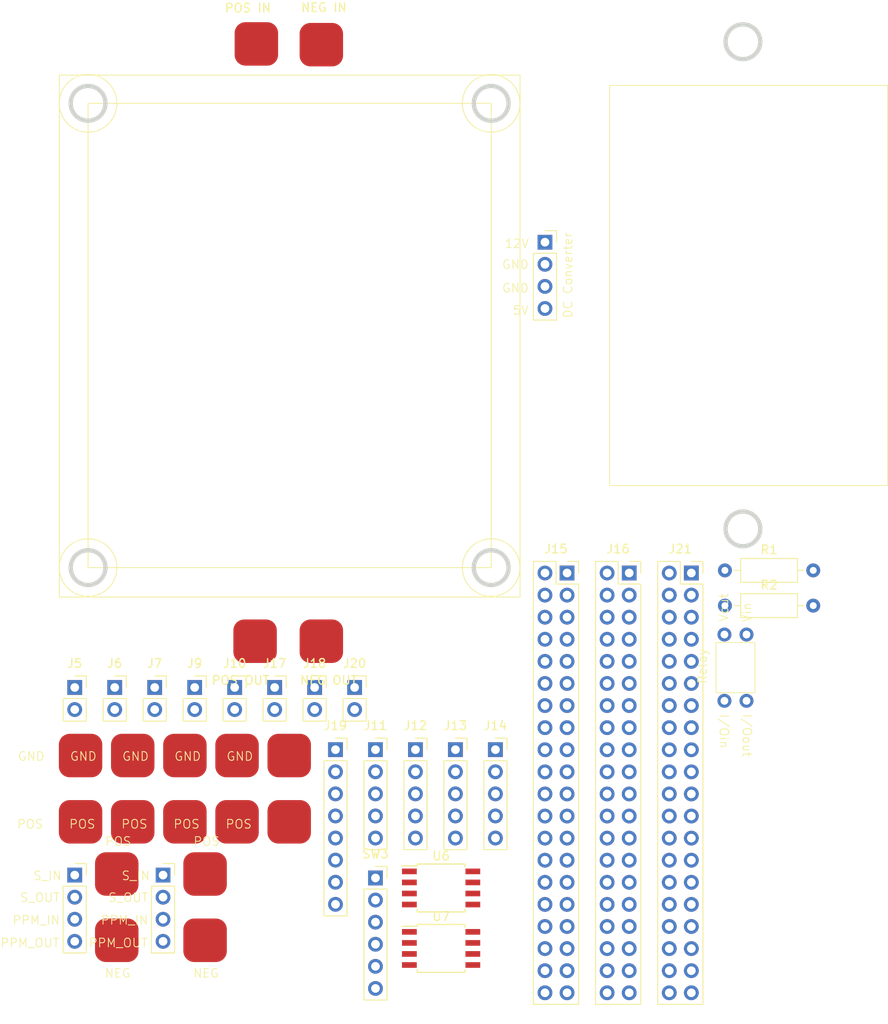
<source format=kicad_pcb>
(kicad_pcb (version 20221018) (generator pcbnew)
  (layers (0 "F.Cu" signal) (31 "B.Cu" signal) (34 "B.Paste" user) (35 "F.Paste" user) (36 "B.SilkS" user "B.Silkscreen") (37 "F.SilkS" user "F.Silkscreen") (38 "B.Mask" user) (39 "F.Mask" user) (44 "Edge.Cuts" user))
  (net 0 "")
  (net 1 "GND")
  (net 2 "Net-(J1-Pin_2)")
  (net 3 "Net-(J2-Pin_2)")
  (net 4 "Net-(J3-Pin_2)")
  (net 5 "Net-(J4-Pin_2)")
  (net 6 "+12V")
  (net 7 "Net-(J10-Pin_1)")
  (net 8 "Net-(J11-Pin_1)")
  (net 9 "Net-(J11-Pin_2)")
  (net 10 "Net-(J11-Pin_3)")
  (net 11 "Net-(J11-Pin_4)")
  (net 12 "Net-(J11-Pin_5)")
  (net 13 "Net-(J12-Pin_1)")
  (net 14 "Net-(J12-Pin_2)")
  (net 15 "Net-(J12-Pin_3)")
  (net 16 "Net-(J12-Pin_4)")
  (net 17 "Net-(J12-Pin_5)")
  (net 18 "1")
  (net 19 "+5VDC")
  (net 20 "3")
  (net 21 "5")
  (net 22 "7")
  (net 23 "8")
  (net 24 "10")
  (net 25 "11")
  (net 26 "12")
  (net 27 "13")
  (net 28 "15")
  (net 29 "16")
  (net 30 "17")
  (net 31 "18")
  (net 32 "19")
  (net 33 "21")
  (net 34 "22")
  (net 35 "23")
  (net 36 "24")
  (net 37 "26")
  (net 38 "27")
  (net 39 "28")
  (net 40 "29")
  (net 41 "31")
  (net 42 "32")
  (net 43 "33")
  (net 44 "35")
  (net 45 "36")
  (net 46 "37")
  (net 47 "38")
  (net 48 "40")
  (net 49 "Net-(J17-Pin_2)")
  (net 50 "Net-(J20-Pin_1)")
  (net 51 "Net-(U5-I{slash}O_out)")
  (net 52 "Net-(SW3A-A)")
  (footprint "Resistor_THT:R_Axial_DIN0207_L6.3mm_D2.5mm_P10.16mm_Horizontal" (layer "F.Cu") (at 175.968652 131.558477)
    (fp_text reference "R1" (at 5.08 -2.37) (layer "F.SilkS"))
    (fp_text value "R")
    (fp_line (start 1.04 0) (end 1.81 0) (stroke (width 0.12)) (layer "F.SilkS"))
    (fp_line (start 1.81 -1.37) (end 1.81 1.37) (stroke (width 0.12)) (layer "F.SilkS"))
    (fp_line (start 1.81 1.37) (end 8.35 1.37) (stroke (width 0.12)) (layer "F.SilkS"))
    (fp_line (start 8.35 -1.37) (end 1.81 -1.37) (stroke (width 0.12)) (layer "F.SilkS"))
    (fp_line (start 8.35 1.37) (end 8.35 -1.37) (stroke (width 0.12)) (layer "F.SilkS"))
    (fp_line (start 9.12 0) (end 8.35 0) (stroke (width 0.12)) (layer "F.SilkS"))
    (pad "1" thru_hole circle (at 0 0) (size 1.6 1.6) (drill 0.8) (layers "*.Cu" "*.Mask") (net 51 "Net-(U5-I{slash}O_out)"))
    (pad "2" thru_hole oval (at 10.16 0) (size 1.6 1.6) (drill 0.8) (layers "*.Cu" "*.Mask") (net 1 "GND"))
  )
  (footprint "Connector_PinSocket_2.54mm:PinSocket_1x06_P2.54mm_Vertical" (layer "F.Cu") (at 135.768652 166.918477)
    (fp_text reference "SW3" (at 0 -2.77) (layer "F.SilkS"))
    (fp_text value "Charging Switch")
    (fp_line (start -1.33 1.27) (end -1.33 14.03) (stroke (width 0.12)) (layer "F.SilkS"))
    (fp_line (start -1.33 1.27) (end 1.33 1.27) (stroke (width 0.12)) (layer "F.SilkS"))
    (fp_line (start -1.33 14.03) (end 1.33 14.03) (stroke (width 0.12)) (layer "F.SilkS"))
    (fp_line (start 0 -1.33) (end 1.33 -1.33) (stroke (width 0.12)) (layer "F.SilkS"))
    (fp_line (start 1.33 -1.33) (end 1.33 0) (stroke (width 0.12)) (layer "F.SilkS"))
    (fp_line (start 1.33 1.27) (end 1.33 14.03) (stroke (width 0.12)) (layer "F.SilkS"))
    (pad "1" thru_hole rect (at 0 0) (size 1.7 1.7) (drill 1) (layers "*.Cu" "*.Mask") (net 52 "Net-(SW3A-A)"))
    (pad "2" thru_hole oval (at 0 2.54) (size 1.7 1.7) (drill 1) (layers "*.Cu" "*.Mask") (net 2 "Net-(J1-Pin_2)"))
    (pad "3" thru_hole oval (at 0 5.08) (size 1.7 1.7) (drill 1) (layers "*.Cu" "*.Mask") (net 4 "Net-(J3-Pin_2)"))
    (pad "4" thru_hole oval (at 0 7.62) (size 1.7 1.7) (drill 1) (layers "*.Cu" "*.Mask") (net 52 "Net-(SW3A-A)"))
    (pad "5" thru_hole oval (at 0 10.16) (size 1.7 1.7) (drill 1) (layers "*.Cu" "*.Mask") (net 3 "Net-(J2-Pin_2)"))
    (pad "6" thru_hole oval (at 0 12.7) (size 1.7 1.7) (drill 1) (layers "*.Cu" "*.Mask") (net 5 "Net-(J4-Pin_2)"))
  )
  (footprint "Package_SO:SOIC-8W_5.3x5.3mm_P1.27mm" (layer "F.Cu") (at 143.318652 175.018477)
    (fp_text reference "U7" (at 0 -3.68) (layer "F.SilkS"))
    (fp_text value "ATtiny85V-10S")
    (fp_line (start -2.75 -2.755) (end -2.75 -2.55) (stroke (width 0.15)) (layer "F.SilkS"))
    (fp_line (start -2.75 -2.755) (end 2.75 -2.755) (stroke (width 0.15)) (layer "F.SilkS"))
    (fp_line (start -2.75 -2.55) (end -4.5 -2.55) (stroke (width 0.15)) (layer "F.SilkS"))
    (fp_line (start -2.75 2.755) (end -2.75 2.455) (stroke (width 0.15)) (layer "F.SilkS"))
    (fp_line (start -2.75 2.755) (end 2.75 2.755) (stroke (width 0.15)) (layer "F.SilkS"))
    (fp_line (start 2.75 -2.755) (end 2.75 -2.455) (stroke (width 0.15)) (layer "F.SilkS"))
    (fp_line (start 2.75 2.755) (end 2.75 2.455) (stroke (width 0.15)) (layer "F.SilkS"))
    (pad "1" smd rect (at -3.65 -1.905) (size 1.7 0.65) (layers "F.Cu" "F.Paste" "F.Mask"))
    (pad "2" smd rect (at -3.65 -0.635) (size 1.7 0.65) (layers "F.Cu" "F.Paste" "F.Mask"))
    (pad "3" smd rect (at -3.65 0.635) (size 1.7 0.65) (layers "F.Cu" "F.Paste" "F.Mask"))
    (pad "4" smd rect (at -3.65 1.905) (size 1.7 0.65) (layers "F.Cu" "F.Paste" "F.Mask") (net 1 "GND"))
    (pad "5" smd rect (at 3.65 1.905) (size 1.7 0.65) (layers "F.Cu" "F.Paste" "F.Mask") (net 21 "5"))
    (pad "6" smd rect (at 3.65 0.635) (size 1.7 0.65) (layers "F.Cu" "F.Paste" "F.Mask"))
    (pad "7" smd rect (at 3.65 -0.635) (size 1.7 0.65) (layers "F.Cu" "F.Paste" "F.Mask") (net 22 "7"))
    (pad "8" smd rect (at 3.65 -1.905) (size 1.7 0.65) (layers "F.Cu" "F.Paste" "F.Mask") (net 19 "+5VDC"))
  )
  (footprint "Library:BATTERY" (layer "F.Cu") (at 125.843652 155.383477)
    (fp_text reference "J8" hide)
    (fp_text value "12VDC PANEL" hide)
    (fp_text user "GND" (at -7.266646 -1.86257 unlocked) (layer "F.SilkS") (effects (font (thickness 0.1)) (justify left bottom)))
    (fp_text user "POS" (at -7.37158 5.928744 unlocked) (layer "F.SilkS") (effects (font (thickness 0.1)) (justify left bottom)))
    (pad "1" smd roundrect (at 0 -2.54) (size 5 5) (layers "F.Cu" "F.Paste" "F.Mask") (net 1 "GND"))
    (pad "2" smd roundrect (at 0 5.08) (size 5 5) (layers "F.Cu" "F.Paste" "F.Mask") (net 6 "+12V"))
  )
  (footprint "Connector_PinSocket_2.54mm:PinSocket_1x02_P2.54mm_Vertical" (layer "F.Cu") (at 133.368652 145.018477)
    (fp_text reference "J20" (at 0 -2.77) (layer "F.SilkS"))
    (fp_text value "Power LED")
    (fp_line (start -1.33 1.27) (end -1.33 3.87) (stroke (width 0.12)) (layer "F.SilkS"))
    (fp_line (start -1.33 1.27) (end 1.33 1.27) (stroke (width 0.12)) (layer "F.SilkS"))
    (fp_line (start -1.33 3.87) (end 1.33 3.87) (stroke (width 0.12)) (layer "F.SilkS"))
    (fp_line (start 0 -1.33) (end 1.33 -1.33) (stroke (width 0.12)) (layer "F.SilkS"))
    (fp_line (start 1.33 -1.33) (end 1.33 0) (stroke (width 0.12)) (layer "F.SilkS"))
    (fp_line (start 1.33 1.27) (end 1.33 3.87) (stroke (width 0.12)) (layer "F.SilkS"))
    (pad "1" thru_hole rect (at 0 0) (size 1.7 1.7) (drill 1) (layers "*.Cu" "*.Mask") (net 50 "Net-(J20-Pin_1)"))
    (pad "2" thru_hole oval (at 0 2.54) (size 1.7 1.7) (drill 1) (layers "*.Cu" "*.Mask") (net 6 "+12V"))
  )
  (footprint "Connector_PinSocket_2.54mm:PinSocket_1x02_P2.54mm_Vertical" (layer "F.Cu") (at 128.768652 145.018477)
    (fp_text reference "J18" (at 0 -2.77) (layer "F.SilkS"))
    (fp_text value "MAG 1")
    (fp_line (start -1.33 1.27) (end -1.33 3.87) (stroke (width 0.12)) (layer "F.SilkS"))
    (fp_line (start -1.33 1.27) (end 1.33 1.27) (stroke (width 0.12)) (layer "F.SilkS"))
    (fp_line (start -1.33 3.87) (end 1.33 3.87) (stroke (width 0.12)) (layer "F.SilkS"))
    (fp_line (start 0 -1.33) (end 1.33 -1.33) (stroke (width 0.12)) (layer "F.SilkS"))
    (fp_line (start 1.33 -1.33) (end 1.33 0) (stroke (width 0.12)) (layer "F.SilkS"))
    (fp_line (start 1.33 1.27) (end 1.33 3.87) (stroke (width 0.12)) (layer "F.SilkS"))
    (pad "1" thru_hole rect (at 0 0) (size 1.7 1.7) (drill 1) (layers "*.Cu" "*.Mask") (net 1 "GND"))
    (pad "2" thru_hole oval (at 0 2.54) (size 1.7 1.7) (drill 1) (layers "*.Cu" "*.Mask") (net 49 "Net-(J17-Pin_2)"))
  )
  (footprint "Package_SO:SOIC-8W_5.3x5.3mm_P1.27mm" (layer "F.Cu") (at 143.318652 168.068477)
    (fp_text reference "U6" (at 0 -3.68) (layer "F.SilkS"))
    (fp_text value "ATtiny85V-10S")
    (fp_line (start -2.75 -2.755) (end -2.75 -2.55) (stroke (width 0.15)) (layer "F.SilkS"))
    (fp_line (start -2.75 -2.755) (end 2.75 -2.755) (stroke (width 0.15)) (layer "F.SilkS"))
    (fp_line (start -2.75 -2.55) (end -4.5 -2.55) (stroke (width 0.15)) (layer "F.SilkS"))
    (fp_line (start -2.75 2.755) (end -2.75 2.455) (stroke (width 0.15)) (layer "F.SilkS"))
    (fp_line (start -2.75 2.755) (end 2.75 2.755) (stroke (width 0.15)) (layer "F.SilkS"))
    (fp_line (start 2.75 -2.755) (end 2.75 -2.455) (stroke (width 0.15)) (layer "F.SilkS"))
    (fp_line (start 2.75 2.755) (end 2.75 2.455) (stroke (width 0.15)) (layer "F.SilkS"))
    (pad "1" smd rect (at -3.65 -1.905) (size 1.7 0.65) (layers "F.Cu" "F.Paste" "F.Mask"))
    (pad "2" smd rect (at -3.65 -0.635) (size 1.7 0.65) (layers "F.Cu" "F.Paste" "F.Mask"))
    (pad "3" smd rect (at -3.65 0.635) (size 1.7 0.65) (layers "F.Cu" "F.Paste" "F.Mask"))
    (pad "4" smd rect (at -3.65 1.905) (size 1.7 0.65) (layers "F.Cu" "F.Paste" "F.Mask") (net 1 "GND"))
    (pad "5" smd rect (at 3.65 1.905) (size 1.7 0.65) (layers "F.Cu" "F.Paste" "F.Mask") (net 21 "5"))
    (pad "6" smd rect (at 3.65 0.635) (size 1.7 0.65) (layers "F.Cu" "F.Paste" "F.Mask"))
    (pad "7" smd rect (at 3.65 -0.635) (size 1.7 0.65) (layers "F.Cu" "F.Paste" "F.Mask") (net 22 "7"))
    (pad "8" smd rect (at 3.65 -1.905) (size 1.7 0.65) (layers "F.Cu" "F.Paste" "F.Mask") (net 19 "+5VDC"))
  )
  (footprint "Connector_PinSocket_2.54mm:PinSocket_2x20_P2.54mm_Vertical" (layer "F.Cu") (at 157.808652 131.858477)
    (fp_text reference "J15" (at -1.27 -2.77) (layer "F.SilkS"))
    (fp_text value "ORIN Pins IN")
    (fp_line (start -3.87 -1.33) (end -3.87 49.59) (stroke (width 0.12)) (layer "F.SilkS"))
    (fp_line (start -3.87 -1.33) (end -1.27 -1.33) (stroke (width 0.12)) (layer "F.SilkS"))
    (fp_line (start -3.87 49.59) (end 1.33 49.59) (stroke (width 0.12)) (layer "F.SilkS"))
    (fp_line (start -1.27 -1.33) (end -1.27 1.27) (stroke (width 0.12)) (layer "F.SilkS"))
    (fp_line (start -1.27 1.27) (end 1.33 1.27) (stroke (width 0.12)) (layer "F.SilkS"))
    (fp_line (start 0 -1.33) (end 1.33 -1.33) (stroke (width 0.12)) (layer "F.SilkS"))
    (fp_line (start 1.33 -1.33) (end 1.33 0) (stroke (width 0.12)) (layer "F.SilkS"))
    (fp_line (start 1.33 1.27) (end 1.33 49.59) (stroke (width 0.12)) (layer "F.SilkS"))
    (pad "1" thru_hole rect (at 0 0) (size 1.7 1.7) (drill 1) (layers "*.Cu" "*.Mask") (net 18 "1"))
    (pad "2" thru_hole oval (at -2.54 0) (size 1.7 1.7) (drill 1) (layers "*.Cu" "*.Mask") (net 19 "+5VDC"))
    (pad "3" thru_hole oval (at 0 2.54) (size 1.7 1.7) (drill 1) (layers "*.Cu" "*.Mask") (net 20 "3"))
    (pad "4" thru_hole oval (at -2.54 2.54) (size 1.7 1.7) (drill 1) (layers "*.Cu" "*.Mask") (net 19 "+5VDC"))
    (pad "5" thru_hole oval (at 0 5.08) (size 1.7 1.7) (drill 1) (layers "*.Cu" "*.Mask") (net 21 "5"))
    (pad "6" thru_hole oval (at -2.54 5.08) (size 1.7 1.7) (drill 1) (layers "*.Cu" "*.Mask") (net 1 "GND"))
    (pad "7" thru_hole oval (at 0 7.62) (size 1.7 1.7) (drill 1) (layers "*.Cu" "*.Mask") (net 22 "7"))
    (pad "8" thru_hole oval (at -2.54 7.62) (size 1.7 1.7) (drill 1) (layers "*.Cu" "*.Mask") (net 23 "8"))
    (pad "9" thru_hole oval (at 0 10.16) (size 1.7 1.7) (drill 1) (layers "*.Cu" "*.Mask") (net 1 "GND"))
    (pad "10" thru_hole oval (at -2.54 10.16) (size 1.7 1.7) (drill 1) (layers "*.Cu" "*.Mask") (net 24 "10"))
    (pad "11" thru_hole oval (at 0 12.7) (size 1.7 1.7) (drill 1) (layers "*.Cu" "*.Mask") (net 25 "11"))
    (pad "12" thru_hole oval (at -2.54 12.7) (size 1.7 1.7) (drill 1) (layers "*.Cu" "*.Mask") (net 26 "12"))
    (pad "13" thru_hole oval (at 0 15.24) (size 1.7 1.7) (drill 1) (layers "*.Cu" "*.Mask") (net 27 "13"))
    (pad "14" thru_hole oval (at -2.54 15.24) (size 1.7 1.7) (drill 1) (layers "*.Cu" "*.Mask") (net 1 "GND"))
    (pad "15" thru_hole oval (at 0 17.78) (size 1.7 1.7) (drill 1) (layers "*.Cu" "*.Mask") (net 28 "15"))
    (pad "16" thru_hole oval (at -2.54 17.78) (size 1.7 1.7) (drill 1) (layers "*.Cu" "*.Mask") (net 29 "16"))
    (pad "17" thru_hole oval (at 0 20.32) (size 1.7 1.7) (drill 1) (layers "*.Cu" "*.Mask") (net 30 "17"))
    (pad "18" thru_hole oval (at -2.54 20.32) (size 1.7 1.7) (drill 1) (layers "*.Cu" "*.Mask") (net 31 "18"))
    (pad "19" thru_hole oval (at 0 22.86) (size 1.7 1.7) (drill 1) (layers "*.Cu" "*.Mask") (net 32 "19"))
    (pad "20" thru_hole oval (at -2.54 22.86) (size 1.7 1.7) (drill 1) (layers "*.Cu" "*.Mask") (net 1 "GND"))
    (pad "21" thru_hole oval (at 0 25.4) (size 1.7 1.7) (drill 1) (layers "*.Cu" "*.Mask") (net 33 "21"))
    (pad "22" thru_hole oval (at -2.54 25.4) (size 1.7 1.7) (drill 1) (layers "*.Cu" "*.Mask") (net 34 "22"))
    (pad "23" thru_hole oval (at 0 27.94) (size 1.7 1.7) (drill 1) (layers "*.Cu" "*.Mask") (net 35 "23"))
    (pad "24" thru_hole oval (at -2.54 27.94) (size 1.7 1.7) (drill 1) (layers "*.Cu" "*.Mask") (net 36 "24"))
    (pad "25" thru_hole oval (at 0 30.48) (size 1.7 1.7) (drill 1) (layers "*.Cu" "*.Mask") (net 1 "GND"))
    (pad "26" thru_hole oval (at -2.54 30.48) (size 1.7 1.7) (drill 1) (layers "*.Cu" "*.Mask") (net 37 "26"))
    (pad "27" thru_hole oval (at 0 33.02) (size 1.7 1.7) (drill 1) (layers "*.Cu" "*.Mask") (net 38 "27"))
    (pad "28" thru_hole oval (at -2.54 33.02) (size 1.7 1.7) (drill 1) (layers "*.Cu" "*.Mask") (net 39 "28"))
    (pad "29" thru_hole oval (at 0 35.56) (size 1.7 1.7) (drill 1) (layers "*.Cu" "*.Mask") (net 40 "29"))
    (pad "30" thru_hole oval (at -2.54 35.56) (size 1.7 1.7) (drill 1) (layers "*.Cu" "*.Mask") (net 1 "GND"))
    (pad "31" thru_hole oval (at 0 38.1) (size 1.7 1.7) (drill 1) (layers "*.Cu" "*.Mask") (net 41 "31"))
    (pad "32" thru_hole oval (at -2.54 38.1) (size 1.7 1.7) (drill 1) (layers "*.Cu" "*.Mask") (net 42 "32"))
    (pad "33" thru_hole oval (at 0 40.64) (size 1.7 1.7) (drill 1) (layers "*.Cu" "*.Mask") (net 43 "33"))
    (pad "34" thru_hole oval (at -2.54 40.64) (size 1.7 1.7) (drill 1) (layers "*.Cu" "*.Mask") (net 1 "GND"))
    (pad "35" thru_hole oval (at 0 43.18) (size 1.7 1.7) (drill 1) (layers "*.Cu" "*.Mask") (net 44 "35"))
    (pad "36" thru_hole oval (at -2.54 43.18) (size 1.7 1.7) (drill 1) (layers "*.Cu" "*.Mask") (net 45 "36"))
    (pad "37" thru_hole oval (at 0 45.72) (size 1.7 1.7) (drill 1) (layers "*.Cu" "*.Mask") (net 46 "37"))
    (pad "38" thru_hole oval (at -2.54 45.72) (size 1.7 1.7) (drill 1) (layers "*.Cu" "*.Mask") (net 47 "38"))
    (pad "39" thru_hole oval (at 0 48.26) (size 1.7 1.7) (drill 1) (layers "*.Cu" "*.Mask") (net 1 "GND"))
    (pad "40" thru_hole oval (at -2.54 48.26) (size 1.7 1.7) (drill 1) (layers "*.Cu" "*.Mask") (net 48 "40"))
  )
  (footprint "Library:BATTERY" (layer "F.Cu") (at 119.843652 155.383477)
    (fp_text reference "J4" hide)
    (fp_text value "Battery 2 PANEL" hide)
    (fp_text user "GND" (at -7.266646 -1.86257 unlocked) (layer "F.SilkS") (effects (font (thickness 0.1)) (justify left bottom)))
    (fp_text user "POS" (at -7.37158 5.928744 unlocked) (layer "F.SilkS") (effects (font (thickness 0.1)) (justify left bottom)))
    (pad "1" smd roundrect (at 0 -2.54) (size 5 5) (layers "F.Cu" "F.Paste" "F.Mask") (net 1 "GND"))
    (pad "2" smd roundrect (at 0 5.08) (size 5 5) (layers "F.Cu" "F.Paste" "F.Mask") (net 5 "Net-(J4-Pin_2)"))
  )
  (footprint "Connector_PinSocket_2.54mm:PinSocket_1x02_P2.54mm_Vertical" (layer "F.Cu") (at 101.168652 145.018477)
    (fp_text reference "J5" (at 0 -2.77) (layer "F.SilkS"))
    (fp_text value "FAN 1")
    (fp_line (start -1.33 1.27) (end -1.33 3.87) (stroke (width 0.12)) (layer "F.SilkS"))
    (fp_line (start -1.33 1.27) (end 1.33 1.27) (stroke (width 0.12)) (layer "F.SilkS"))
    (fp_line (start -1.33 3.87) (end 1.33 3.87) (stroke (width 0.12)) (layer "F.SilkS"))
    (fp_line (start 0 -1.33) (end 1.33 -1.33) (stroke (width 0.12)) (layer "F.SilkS"))
    (fp_line (start 1.33 -1.33) (end 1.33 0) (stroke (width 0.12)) (layer "F.SilkS"))
    (fp_line (start 1.33 1.27) (end 1.33 3.87) (stroke (width 0.12)) (layer "F.SilkS"))
    (pad "1" thru_hole rect (at 0 0) (size 1.7 1.7) (drill 1) (layers "*.Cu" "*.Mask") (net 1 "GND"))
    (pad "2" thru_hole oval (at 0 2.54) (size 1.7 1.7) (drill 1) (layers "*.Cu" "*.Mask") (net 6 "+12V"))
  )
  (footprint "Resistor_THT:R_Axial_DIN0207_L6.3mm_D2.5mm_P10.16mm_Horizontal" (layer "F.Cu") (at 175.968652 135.608477)
    (fp_text reference "R2" (at 5.08 -2.37) (layer "F.SilkS"))
    (fp_text value "R")
    (fp_line (start 1.04 0) (end 1.81 0) (stroke (width 0.12)) (layer "F.SilkS"))
    (fp_line (start 1.81 -1.37) (end 1.81 1.37) (stroke (width 0.12)) (layer "F.SilkS"))
    (fp_line (start 1.81 1.37) (end 8.35 1.37) (stroke (width 0.12)) (layer "F.SilkS"))
    (fp_line (start 8.35 -1.37) (end 1.81 -1.37) (stroke (width 0.12)) (layer "F.SilkS"))
    (fp_line (start 8.35 1.37) (end 8.35 -1.37) (stroke (width 0.12)) (layer "F.SilkS"))
    (fp_line (start 9.12 0) (end 8.35 0) (stroke (width 0.12)) (layer "F.SilkS"))
    (pad "1" thru_hole circle (at 0 0) (size 1.6 1.6) (drill 0.8) (layers "*.Cu" "*.Mask") (net 50 "Net-(J20-Pin_1)"))
    (pad "2" thru_hole oval (at 10.16 0) (size 1.6 1.6) (drill 0.8) (layers "*.Cu" "*.Mask") (net 1 "GND"))
  )
  (footprint "Library:SS_Relay" (layer "F.Cu") (at 177.92092 142.902886)
    (fp_text reference "U5" hide)
    (fp_text value "SS Relay")
    (fp_text user "Vout" (at -1.490185 -5.385543 90 unlocked) (layer "F.SilkS") (effects (font (thickness 0.1)) (justify left bottom)))
    (fp_text user "Relay" (at -3.96124 1.757636 90 unlocked) (layer "F.SilkS") (effects (font (thickness 0.1)) (justify left bottom)))
    (fp_text user "I/Oout" (at 0 5.08 -90 unlocked) (layer "F.SilkS") (effects (font (thickness 0.1)) (justify left bottom)))
    (fp_text user "Vin" (at 1.16717 -5.341254 90 unlocked) (layer "F.SilkS") (effects (font (thickness 0.1)) (justify left bottom)))
    (fp_text user "I/Oin" (at -2.630256 5.099926 -90 unlocked) (layer "F.SilkS") (effects (font (thickness 0.1)) (justify left bottom)))
    (fp_rect (start -2.977268 -3.051901) (end 1.502732 2.712996) (stroke (width 0.1)) (fill none) (layer "F.SilkS"))
    (pad "1" thru_hole circle (at -2.007268 3.650591) (size 1.6 1.6) (drill 0.9) (layers "*.Cu" "*.Mask") (net 42 "32"))
    (pad "2" thru_hole circle (at 0.532732 3.650591) (size 1.6 1.6) (drill 0.9) (layers "*.Cu" "*.Mask") (net 51 "Net-(U5-I{slash}O_out)"))
    (pad "3" thru_hole circle (at 0.532732 -3.969409) (size 1.6 1.6) (drill 0.9) (layers "*.Cu" "*.Mask") (net 6 "+12V"))
    (pad "4" thru_hole circle (at -2.007268 -3.969409) (size 1.6 1.6) (drill 0.9) (layers "*.Cu" "*.Mask") (net 49 "Net-(J17-Pin_2)"))
  )
  (footprint "Library:ESC" (layer "F.Cu") (at 100.925349 169.003477)
    (fp_text reference "U1" hide)
    (fp_text value "ESC")
    (fp_text user "POS" (at 3.680149 -5.704159 unlocked) (layer "F.SilkS") (effects (font (thickness 0.1)) (justify left bottom)))
    (fp_text user "S_IN" (at -4.58155 -1.757487 unlocked) (layer "F.SilkS") (effects (font (thickness 0.1)) (justify left bottom)))
    (fp_text user "S_OUT" (at -6.107596 0.750842 unlocked) (layer "F.SilkS") (effects (font (thickness 0.1)) (justify left bottom)))
    (fp_text user "PPM_OUT" (at -8.352814 5.960449 unlocked) (layer "F.SilkS") (effects (font (thickness 0.1)) (justify left bottom)))
    (fp_text user "NEG" (at 3.645068 9.451061 unlocked) (layer "F.SilkS") (effects (font (thickness 0.1)) (justify left bottom)))
    (fp_text user "PPM_IN" (at -6.967094 3.346875 unlocked) (layer "F.SilkS") (effects (font (thickness 0.1)) (justify left bottom)))
    (fp_line (start -1.086697 -1.146051) (end -1.086697 6.533949) (stroke (width 0.12)) (layer "F.SilkS"))
    (fp_line (start -1.086697 -1.146051) (end 1.573303 -1.146051) (stroke (width 0.12)) (layer "F.SilkS"))
    (fp_line (start -1.086697 6.533949) (end 1.573303 6.533949) (stroke (width 0.12)) (layer "F.SilkS"))
    (fp_line (start 0.243303 -3.746051) (end 1.573303 -3.746051) (stroke (width 0.12)) (layer "F.SilkS"))
    (fp_line (start 1.573303 -3.746051) (end 1.573303 -2.416051) (stroke (width 0.12)) (layer "F.SilkS"))
    (fp_line (start 1.573303 -1.146051) (end 1.573303 6.533949) (stroke (width 0.12)) (layer "F.SilkS"))
    (pad "1" smd roundrect (at 5.08 -2.54) (size 5 5) (layers "F.Cu" "F.Paste" "F.Mask") (net 52 "Net-(SW3A-A)"))
    (pad "2" smd roundrect (at 5.08 5.08) (size 5 5) (layers "F.Cu" "F.Paste" "F.Mask") (net 1 "GND"))
    (pad "3" thru_hole rect (at 0.243303 -2.416051) (size 1.7 1.7) (drill 1) (layers "*.Cu" "*.Mask"))
    (pad "4" thru_hole oval (at 0.243303 0.123949) (size 1.7 1.7) (drill 1) (layers "*.Cu" "*.Mask"))
    (pad "5" thru_hole oval (at 0.243303 2.663949) (size 1.7 1.7) (drill 1) (layers "*.Cu" "*.Mask"))
    (pad "6" thru_hole oval (at 0.243303 5.203949) (size 1.7 1.7) (drill 1) (layers "*.Cu" "*.Mask"))
  )
  (footprint "Connector_PinSocket_2.54mm:PinSocket_1x02_P2.54mm_Vertical" (layer "F.Cu") (at 110.368652 145.018477)
    (fp_text reference "J7" (at 0 -2.77) (layer "F.SilkS"))
    (fp_text value "LED")
    (fp_line (start -1.33 1.27) (end -1.33 3.87) (stroke (width 0.12)) (layer "F.SilkS"))
    (fp_line (start -1.33 1.27) (end 1.33 1.27) (stroke (width 0.12)) (layer "F.SilkS"))
    (fp_line (start -1.33 3.87) (end 1.33 3.87) (stroke (width 0.12)) (layer "F.SilkS"))
    (fp_line (start 0 -1.33) (end 1.33 -1.33) (stroke (width 0.12)) (layer "F.SilkS"))
    (fp_line (start 1.33 -1.33) (end 1.33 0) (stroke (width 0.12)) (layer "F.SilkS"))
    (fp_line (start 1.33 1.27) (end 1.33 3.87) (stroke (width 0.12)) (layer "F.SilkS"))
    (pad "1" thru_hole rect (at 0 0) (size 1.7 1.7) (drill 1) (layers "*.Cu" "*.Mask") (net 7 "Net-(J10-Pin_1)"))
    (pad "2" thru_hole oval (at 0 2.54) (size 1.7 1.7) (drill 1) (layers "*.Cu" "*.Mask") (net 1 "GND"))
  )
  (footprint "Library:ESC" (layer "F.Cu") (at 111.087046 169.003477)
    (fp_text reference "U2" hide)
    (fp_text value "ESC")
    (fp_text user "PPM_IN" (at -6.967094 3.346875 unlocked) (layer "F.SilkS") (effects (font (thickness 0.1)) (justify left bottom)))
    (fp_text user "S_OUT" (at -6.107596 0.750842 unlocked) (layer "F.SilkS") (effects (font (thickness 0.1)) (justify left bottom)))
    (fp_text user "S_IN" (at -4.58155 -1.757487 unlocked) (layer "F.SilkS") (effects (font (thickness 0.1)) (justify left bottom)))
    (fp_text user "NEG" (at 3.645068 9.451061 unlocked) (layer "F.SilkS") (effects (font (thickness 0.1)) (justify left bottom)))
    (fp_text user "PPM_OUT" (at -8.352814 5.960449 unlocked) (layer "F.SilkS") (effects (font (thickness 0.1)) (justify left bottom)))
    (fp_text user "POS" (at 3.680149 -5.704159 unlocked) (layer "F.SilkS") (effects (font (thickness 0.1)) (justify left bottom)))
    (fp_line (start -1.086697 -1.146051) (end -1.086697 6.533949) (stroke (width 0.12)) (layer "F.SilkS"))
    (fp_line (start -1.086697 -1.146051) (end 1.573303 -1.146051) (stroke (width 0.12)) (layer "F.SilkS"))
    (fp_line (start -1.086697 6.533949) (end 1.573303 6.533949) (stroke (width 0.12)) (layer "F.SilkS"))
    (fp_line (start 0.243303 -3.746051) (end 1.573303 -3.746051) (stroke (width 0.12)) (layer "F.SilkS"))
    (fp_line (start 1.573303 -3.746051) (end 1.573303 -2.416051) (stroke (width 0.12)) (layer "F.SilkS"))
    (fp_line (start 1.573303 -1.146051) (end 1.573303 6.533949) (stroke (width 0.12)) (layer "F.SilkS"))
    (pad "1" smd roundrect (at 5.08 -2.54) (size 5 5) (layers "F.Cu" "F.Paste" "F.Mask") (net 52 "Net-(SW3A-A)"))
    (pad "2" smd roundrect (at 5.08 5.08) (size 5 5) (layers "F.Cu" "F.Paste" "F.Mask") (net 1 "GND"))
    (pad "3" thru_hole rect (at 0.243303 -2.416051) (size 1.7 1.7) (drill 1) (layers "*.Cu" "*.Mask"))
    (pad "4" thru_hole oval (at 0.243303 0.123949) (size 1.7 1.7) (drill 1) (layers "*.Cu" "*.Mask"))
    (pad "5" thru_hole oval (at 0.243303 2.663949) (size 1.7 1.7) (drill 1) (layers "*.Cu" "*.Mask"))
    (pad "6" thru_hole oval (at 0.243303 5.203949) (size 1.7 1.7) (drill 1) (layers "*.Cu" "*.Mask"))
  )
  (footprint "Connector_PinSocket_2.54mm:PinSocket_1x08_P2.54mm_Vertical" (layer "F.Cu") (at 131.168652 152.168477)
    (fp_text reference "J19" (at 0 -2.77) (layer "F.SilkS"))
    (fp_text value "LCD Screen PANEL")
    (fp_line (start -1.33 1.27) (end -1.33 19.11) (stroke (width 0.12)) (layer "F.SilkS"))
    (fp_line (start -1.33 1.27) (end 1.33 1.27) (stroke (width 0.12)) (layer "F.SilkS"))
    (fp_line (start -1.33 19.11) (end 1.33 19.11) (stroke (width 0.12)) (layer "F.SilkS"))
    (fp_line (start 0 -1.33) (end 1.33 -1.33) (stroke (width 0.12)) (layer "F.SilkS"))
    (fp_line (start 1.33 -1.33) (end 1.33 0) (stroke (width 0.12)) (layer "F.SilkS"))
    (fp_line (start 1.33 1.27) (end 1.33 19.11) (stroke (width 0.12)) (layer "F.SilkS"))
    (pad "1" thru_hole rect (at 0 0) (size 1.7 1.7) (drill 1) (layers "*.Cu" "*.Mask") (net 18 "1"))
    (pad "2" thru_hole oval (at 0 2.54) (size 1.7 1.7) (drill 1) (layers "*.Cu" "*.Mask") (net 1 "GND"))
    (pad "3" thru_hole oval (at 0 5.08) (size 1.7 1.7) (drill 1) (layers "*.Cu" "*.Mask") (net 32 "19"))
    (pad "4" thru_hole oval (at 0 7.62) (size 1.7 1.7) (drill 1) (layers "*.Cu" "*.Mask") (net 35 "23"))
    (pad "5" thru_hole oval (at 0 10.16) (size 1.7 1.7) (drill 1) (layers "*.Cu" "*.Mask") (net 36 "24"))
    (pad "6" thru_hole oval (at 0 12.7) (size 1.7 1.7) (drill 1) (layers "*.Cu" "*.Mask") (net 34 "22"))
    (pad "7" thru_hole oval (at 0 15.24) (size 1.7 1.7) (drill 1) (layers "*.Cu" "*.Mask") (net 27 "13"))
    (pad "8" thru_hole oval (at 0 17.78) (size 1.7 1.7) (drill 1) (layers "*.Cu" "*.Mask") (net 26 "12"))
  )
  (footprint "Connector_PinSocket_2.54mm:PinSocket_1x02_P2.54mm_Vertical" (layer "F.Cu") (at 119.568652 145.018477)
    (fp_text reference "J10" (at 0 -2.77) (layer "F.SilkS"))
    (fp_text value "LCD")
    (fp_line (start -1.33 1.27) (end -1.33 3.87) (stroke (width 0.12)) (layer "F.SilkS"))
    (fp_line (start -1.33 1.27) (end 1.33 1.27) (stroke (width 0.12)) (layer "F.SilkS"))
    (fp_line (start -1.33 3.87) (end 1.33 3.87) (stroke (width 0.12)) (layer "F.SilkS"))
    (fp_line (start 0 -1.33) (end 1.33 -1.33) (stroke (width 0.12)) (layer "F.SilkS"))
    (fp_line (start 1.33 -1.33) (end 1.33 0) (stroke (width 0.12)) (layer "F.SilkS"))
    (fp_line (start 1.33 1.27) (end 1.33 3.87) (stroke (width 0.12)) (layer "F.SilkS"))
    (pad "1" thru_hole rect (at 0 0) (size 1.7 1.7) (drill 1) (layers "*.Cu" "*.Mask") (net 7 "Net-(J10-Pin_1)"))
    (pad "2" thru_hole oval (at 0 2.54) (size 1.7 1.7) (drill 1) (layers "*.Cu" "*.Mask") (net 1 "GND"))
  )
  (footprint "Library:Buck_Converter" (layer "F.Cu") (at 124.46 104.14)
    (fp_text reference "U3" hide)
    (fp_text value "Buck Converter")
    (fp_text user "NEG IN" (at 2.65584 -36.705517 unlocked) (layer "F.SilkS") (effects (justify left bottom)))
    (fp_text user "NEG OUT" (at 2.54 40.64 unlocked) (layer "F.SilkS") (effects (justify left bottom)))
    (fp_text user "POS IN" (at -6.109452 -36.647469 unlocked) (layer "F.SilkS") (effects (justify left bottom)))
    (fp_text user "POS OUT" (at -7.62 40.64 unlocked) (layer "F.SilkS") (effects (justify left bottom)))
    (fp_rect (start -25.06 -29.52) (end 27.94 30.48) (stroke (width 0.1)) (fill none) (layer "F.SilkS"))
    (fp_rect (start -21.753848 -26.276714) (end 24.621152 27.098286) (stroke (width 0.1)) (fill none) (layer "F.SilkS"))
    (fp_circle (center -21.753848 -26.276714) (end -18.441348 -26.276714) (stroke (width 0.1)) (fill none) (layer "F.SilkS"))
    (fp_circle (center -21.753848 27.098286) (end -18.441348 27.098286) (stroke (width 0.1)) (fill none) (layer "F.SilkS"))
    (fp_circle (center 24.621152 -26.276714) (end 27.933652 -26.276714) (stroke (width 0.1)) (fill none) (layer "F.SilkS"))
    (fp_circle (center 24.621152 27.098286) (end 27.933652 27.098286) (stroke (width 0.1)) (fill none) (layer "F.SilkS"))
    (fp_circle (center -21.753848 -26.276714) (end -19.753848 -26.276714) (stroke (width 0.5)) (fill none) (layer "Edge.Cuts"))
    (fp_circle (center -21.753848 27.098286) (end -19.753848 27.098286) (stroke (width 0.5)) (fill none) (layer "Edge.Cuts"))
    (fp_circle (center 24.621152 -26.276714) (end 26.621152 -26.276714) (stroke (width 0.5)) (fill none) (layer "Edge.Cuts"))
    (fp_circle (center 24.621152 27.098286) (end 26.621152 27.098286) (stroke (width 0.5)) (fill none) (layer "Edge.Cuts"))
    (pad "1" smd roundrect (at -2.394361 -33.106523) (size 5 5) (layers "F.Cu" "F.Paste" "F.Mask") (net 52 "Net-(SW3A-A)"))
    (pad "2" smd roundrect (at 5.08 -33.02) (size 5 5) (layers "F.Cu" "F.Paste" "F.Mask") (net 1 "GND"))
    (pad "3" smd roundrect (at -2.54 35.56) (size 5 5) (layers "F.Cu" "F.Paste" "F.Mask") (net 6 "+12V"))
    (pad "4" smd roundrect (at 5.08 35.56) (size 5 5) (layers "F.Cu" "F.Paste" "F.Mask") (net 1 "GND"))
  )
  (footprint "Connector_PinSocket_2.54mm:PinSocket_1x02_P2.54mm_Vertical" (layer "F.Cu") (at 124.168652 145.018477)
    (fp_text reference "J17" (at 0 -2.77) (layer "F.SilkS"))
    (fp_text value "MAG 2")
    (fp_line (start -1.33 1.27) (end -1.33 3.87) (stroke (width 0.12)) (layer "F.SilkS"))
    (fp_line (start -1.33 1.27) (end 1.33 1.27) (stroke (width 0.12)) (layer "F.SilkS"))
    (fp_line (start -1.33 3.87) (end 1.33 3.87) (stroke (width 0.12)) (layer "F.SilkS"))
    (fp_line (start 0 -1.33) (end 1.33 -1.33) (stroke (width 0.12)) (layer "F.SilkS"))
    (fp_line (start 1.33 -1.33) (end 1.33 0) (stroke (width 0.12)) (layer "F.SilkS"))
    (fp_line (start 1.33 1.27) (end 1.33 3.87) (stroke (width 0.12)) (layer "F.SilkS"))
    (pad "1" thru_hole rect (at 0 0) (size 1.7 1.7) (drill 1) (layers "*.Cu" "*.Mask") (net 1 "GND"))
    (pad "2" thru_hole oval (at 0 2.54) (size 1.7 1.7) (drill 1) (layers "*.Cu" "*.Mask") (net 49 "Net-(J17-Pin_2)"))
  )
  (footprint "Connector_PinSocket_2.54mm:PinSocket_1x05_P2.54mm_Vertical" (layer "F.Cu") (at 144.968652 152.168477)
    (fp_text reference "J13" (at 0 -2.77) (layer "F.SilkS"))
    (fp_text value "Battery 1 Conn PANEL")
    (fp_line (start -1.33 1.27) (end -1.33 11.49) (stroke (width 0.12)) (layer "F.SilkS"))
    (fp_line (start -1.33 1.27) (end 1.33 1.27) (stroke (width 0.12)) (layer "F.SilkS"))
    (fp_line (start -1.33 11.49) (end 1.33 11.49) (stroke (width 0.12)) (layer "F.SilkS"))
    (fp_line (start 0 -1.33) (end 1.33 -1.33) (stroke (width 0.12)) (layer "F.SilkS"))
    (fp_line (start 1.33 -1.33) (end 1.33 0) (stroke (width 0.12)) (layer "F.SilkS"))
    (fp_line (start 1.33 1.27) (end 1.33 11.49) (stroke (width 0.12)) (layer "F.SilkS"))
    (pad "1" thru_hole rect (at 0 0) (size 1.7 1.7) (drill 1) (layers "*.Cu" "*.Mask") (net 8 "Net-(J11-Pin_1)"))
    (pad "2" thru_hole oval (at 0 2.54) (size 1.7 1.7) (drill 1) (layers "*.Cu" "*.Mask") (net 9 "Net-(J11-Pin_2)"))
    (pad "3" thru_hole oval (at 0 5.08) (size 1.7 1.7) (drill 1) (layers "*.Cu" "*.Mask") (net 10 "Net-(J11-Pin_3)"))
    (pad "4" thru_hole oval (at 0 7.62) (size 1.7 1.7) (drill 1) (layers "*.Cu" "*.Mask") (net 11 "Net-(J11-Pin_4)"))
    (pad "5" thru_hole oval (at 0 10.16) (size 1.7 1.7) (drill 1) (layers "*.Cu" "*.Mask") (net 12 "Net-(J11-Pin_5)"))
  )
  (footprint "Library:DC-DC_Converter" (layer "F.Cu") (at 154.058652 96.401362)
    (fp_text reference "U4" hide)
    (fp_text value "DC-DC Converter")
    (fp_text user "5V" (at -2.554658 5.842901 unlocked) (layer "F.SilkS") (effects (font (thickness 0.1)) (justify left bottom)))
    (fp_text user "DC Converter" (at 4.433441 6.217311 90 unlocked) (layer "F.SilkS") (effects (font (thickness 0.1)) (justify left bottom)))
    (fp_text user "GND" (at -3.779316 0.582893 unlocked) (layer "F.SilkS") (effects (font (thickness 0.1)) (justify left bottom)))
    (fp_text user "12V" (at -3.478171 -1.82627 unlocked) (layer "F.SilkS") (effects (font (thickness 0.1)) (justify left bottom)))
    (fp_text user "GND" (at -3.779316 3.293203 unlocked) (layer "F.SilkS") (effects (font (thickness 0.1)) (justify left bottom)))
    (fp_line (start -0.12 -1.3) (end -0.12 6.38) (stroke (width 0.12)) (layer "F.SilkS"))
    (fp_line (start -0.12 -1.3) (end 2.54 -1.3) (stroke (width 0.12)) (layer "F.SilkS"))
    (fp_line (start -0.12 6.38) (end 2.54 6.38) (stroke (width 0.12)) (layer "F.SilkS"))
    (fp_line (start 1.21 -3.9) (end 2.54 -3.9) (stroke (width 0.12)) (layer "F.SilkS"))
    (fp_line (start 2.54 -3.9) (end 2.54 -2.57) (stroke (width 0.12)) (layer "F.SilkS"))
    (fp_line (start 2.54 -1.3) (end 2.54 6.38) (stroke (width 0.12)) (layer "F.SilkS"))
    (fp_rect (start 8.64 -20.6) (end 40.64 25.4) (stroke (width 0.1)) (fill none) (layer "F.SilkS"))
    (fp_circle (center 23.980748 -25.617885) (end 25.980748 -25.617885) (stroke (width 0.5)) (fill none) (layer "Edge.Cuts"))
    (fp_circle (center 23.980748 30.382115) (end 25.980748 30.382115) (stroke (width 0.5)) (fill none) (layer "Edge.Cuts"))
    (pad "1" thru_hole rect (at 1.21 -2.57) (size 1.7 1.7) (drill 1) (layers "*.Cu" "*.Mask") (net 6 "+12V"))
    (pad "2" thru_hole oval (at 1.21 -0.03) (size 1.7 1.7) (drill 1) (layers "*.Cu" "*.Mask") (net 1 "GND"))
    (pad "3" thru_hole oval (at 1.21 2.51) (size 1.7 1.7) (drill 1) (layers "*.Cu" "*.Mask") (net 7 "Net-(J10-Pin_1)"))
    (pad "4" thru_hole oval (at 1.21 5.05) (size 1.7 1.7) (drill 1) (layers "*.Cu" "*.Mask") (net 1 "GND"))
  )
  (footprint "Connector_PinSocket_2.54mm:PinSocket_1x05_P2.54mm_Vertical" (layer "F.Cu") (at 140.368652 152.168477)
    (fp_text reference "J12" (at 0 -2.77) (layer "F.SilkS"))
    (fp_text value "Battery 2 Conn")
    (fp_line (start -1.33 1.27) (end -1.33 11.49) (stroke (width 0.12)) (layer "F.SilkS"))
    (fp_line (start -1.33 1.27) (end 1.33 1.27) (stroke (width 0.12)) (layer "F.SilkS"))
    (fp_line (start -1.33 11.49) (end 1.33 11.49) (stroke (width 0.12)) (layer "F.SilkS"))
    (fp_line (start 0 -1.33) (end 1.33 -1.33) (stroke (width 0.12)) (layer "F.SilkS"))
    (fp_line (start 1.33 -1.33) (end 1.33 0) (stroke (width 0.12)) (layer "F.SilkS"))
    (fp_line (start 1.33 1.27) (end 1.33 11.49) (stroke (width 0.12)) (layer "F.SilkS"))
    (pad "1" thru_hole rect (at 0 0) (size 1.7 1.7) (drill 1) (layers "*.Cu" "*.Mask") (net 13 "Net-(J12-Pin_1)"))
    (pad "2" thru_hole oval (at 0 2.54) (size 1.7 1.7) (drill 1) (layers "*.Cu" "*.Mask") (net 14 "Net-(J12-Pin_2)"))
    (pad "3" thru_hole oval (at 0 5.08) (size 1.7 1.7) (drill 1) (layers "*.Cu" "*.Mask") (net 15 "Net-(J12-Pin_3)"))
    (pad "4" thru_hole oval (at 0 7.62) (size 1.7 1.7) (drill 1) (layers "*.Cu" "*.Mask") (net 16 "Net-(J12-Pin_4)"))
    (pad "5" thru_hole oval (at 0 10.16) (size 1.7 1.7) (drill 1) (layers "*.Cu" "*.Mask") (net 17 "Net-(J12-Pin_5)"))
  )
  (footprint "Connector_PinSocket_2.54mm:PinSocket_1x02_P2.54mm_Vertical" (layer "F.Cu") (at 114.968652 145.018477)
    (fp_text reference "J9" (at 0 -2.77) (layer "F.SilkS"))
    (fp_text value "ORIN POWER")
    (fp_line (start -1.33 1.27) (end -1.33 3.87) (stroke (width 0.12)) (layer "F.SilkS"))
    (fp_line (start -1.33 1.27) (end 1.33 1.27) (stroke (width 0.12)) (layer "F.SilkS"))
    (fp_line (start -1.33 3.87) (end 1.33 3.87) (stroke (width 0.12)) (layer "F.SilkS"))
    (fp_line (start 0 -1.33) (end 1.33 -1.33) (stroke (width 0.12)) (layer "F.SilkS"))
    (fp_line (start 1.33 -1.33) (end 1.33 0) (stroke (width 0.12)) (layer "F.SilkS"))
    (fp_line (start 1.33 1.27) (end 1.33 3.87) (stroke (width 0.12)) (layer "F.SilkS"))
    (pad "1" thru_hole rect (at 0 0) (size 1.7 1.7) (drill 1) (layers "*.Cu" "*.Mask") (net 1 "GND"))
    (pad "2" thru_hole oval (at 0 2.54) (size 1.7 1.7) (drill 1) (layers "*.Cu" "*.Mask") (net 6 "+12V"))
  )
  (footprint "Library:BATTERY" (layer "F.Cu") (at 113.843652 155.383477)
    (fp_text reference "J3" hide)
    (fp_text value "Battery 1 PANEL" hide)
    (fp_text user "POS" (at -7.37158 5.928744 unlocked) (layer "F.SilkS") (effects (font (thickness 0.1)) (justify left bottom)))
    (fp_text user "GND" (at -7.266646 -1.86257 unlocked) (layer "F.SilkS") (effects (font (thickness 0.1)) (justify left bottom)))
    (pad "1" smd roundrect (at 0 -2.54) (size 5 5) (layers "F.Cu" "F.Paste" "F.Mask") (net 1 "GND"))
    (pad "2" smd roundrect (at 0 5.08) (size 5 5) (layers "F.Cu" "F.Paste" "F.Mask") (net 4 "Net-(J3-Pin_2)"))
  )
  (footprint "Library:BATTERY" (layer "F.Cu") (at 101.843652 155.383477)
    (fp_text reference "J1" hide)
    (fp_text value "Battery 1 IN" hide)
    (fp_text user "POS" (at -7.37158 5.928744 unlocked) (layer "F.SilkS") (effects (font (thickness 0.1)) (justify left bottom)))
    (fp_text user "GND" (at -7.266646 -1.86257 unlocked) (layer "F.SilkS") (effects (font (thickness 0.1)) (justify left bottom)))
    (pad "1" smd roundrect (at 0 -2.54) (size 5 5) (layers "F.Cu" "F.Paste" "F.Mask") (net 1 "GND"))
    (pad "2" smd roundrect (at 0 5.08) (size 5 5) (layers "F.Cu" "F.Paste" "F.Mask") (net 2 "Net-(J1-Pin_2)"))
  )
  (footprint "Connector_PinSocket_2.54mm:PinSocket_2x20_P2.54mm_Vertical" (layer "F.Cu") (at 172.108652 131.858477)
    (fp_text reference "J21" (at -1.27 -2.77) (layer "F.SilkS"))
    (fp_text value "ORIN Pins EXTRA")
    (fp_line (start -3.87 -1.33) (end -3.87 49.59) (stroke (width 0.12)) (layer "F.SilkS"))
    (fp_line (start -3.87 -1.33) (end -1.27 -1.33) (stroke (width 0.12)) (layer "F.SilkS"))
    (fp_line (start -3.87 49.59) (end 1.33 49.59) (stroke (width 0.12)) (layer "F.SilkS"))
    (fp_line (start -1.27 -1.33) (end -1.27 1.27) (stroke (width 0.12)) (layer "F.SilkS"))
    (fp_line (start -1.27 1.27) (end 1.33 1.27) (stroke (width 0.12)) (layer "F.SilkS"))
    (fp_line (start 0 -1.33) (end 1.33 -1.33) (stroke (width 0.12)) (layer "F.SilkS"))
    (fp_line (start 1.33 -1.33) (end 1.33 0) (stroke (width 0.12)) (layer "F.SilkS"))
    (fp_line (start 1.33 1.27) (end 1.33 49.59) (stroke (width 0.12)) (layer "F.SilkS"))
    (pad "1" thru_hole rect (at 0 0) (size 1.7 1.7) (drill 1) (layers "*.Cu" "*.Mask") (net 18 "1"))
    (pad "2" thru_hole oval (at -2.54 0) (size 1.7 1.7) (drill 1) (layers "*.Cu" "*.Mask") (net 19 "+5VDC"))
    (pad "3" thru_hole oval (at 0 2.54) (size 1.7 1.7) (drill 1) (layers "*.Cu" "*.Mask") (net 20 "3"))
    (pad "4" thru_hole oval (at -2.54 2.54) (size 1.7 1.7) (drill 1) (layers "*.Cu" "*.Mask") (net 19 "+5VDC"))
    (pad "5" thru_hole oval (at 0 5.08) (size 1.7 1.7) (drill 1) (layers "*.Cu" "*.Mask") (net 21 "5"))
    (pad "6" thru_hole oval (at -2.54 5.08) (size 1.7 1.7) (drill 1) (layers "*.Cu" "*.Mask") (net 1 "GND"))
    (pad "7" thru_hole oval (at 0 7.62) (size 1.7 1.7) (drill 1) (layers "*.Cu" "*.Mask") (net 22 "7"))
    (pad "8" thru_hole oval (at -2.54 7.62) (size 1.7 1.7) (drill 1) (layers "*.Cu" "*.Mask") (net 23 "8"))
    (pad "9" thru_hole oval (at 0 10.16) (size 1.7 1.7) (drill 1) (layers "*.Cu" "*.Mask") (net 1 "GND"))
    (pad "10" thru_hole oval (at -2.54 10.16) (size 1.7 1.7) (drill 1) (layers "*.Cu" "*.Mask") (net 24 "10"))
    (pad "11" thru_hole oval (at 0 12.7) (size 1.7 1.7) (drill 1) (layers "*.Cu" "*.Mask") (net 25 "11"))
    (pad "12" thru_hole oval (at -2.54 12.7) (size 1.7 1.7) (drill 1) (layers "*.Cu" "*.Mask") (net 26 "12"))
    (pad "13" thru_hole oval (at 0 15.24) (size 1.7 1.7) (drill 1) (layers "*.Cu" "*.Mask") (net 27 "13"))
    (pad "14" thru_hole oval (at -2.54 15.24) (size 1.7 1.7) (drill 1) (layers "*.Cu" "*.Mask") (net 1 "GND"))
    (pad "15" thru_hole oval (at 0 17.78) (size 1.7 1.7) (drill 1) (layers "*.Cu" "*.Mask") (net 28 "15"))
    (pad "16" thru_hole oval (at -2.54 17.78) (size 1.7 1.7) (drill 1) (layers "*.Cu" "*.Mask") (net 29 "16"))
    (pad "17" thru_hole oval (at 0 20.32) (size 1.7 1.7) (drill 1) (layers "*.Cu" "*.Mask") (net 30 "17"))
    (pad "18" thru_hole oval (at -2.54 20.32) (size 1.7 1.7) (drill 1) (layers "*.Cu" "*.Mask") (net 31 "18"))
    (pad "19" thru_hole oval (at 0 22.86) (size 1.7 1.7) (drill 1) (layers "*.Cu" "*.Mask") (net 32 "19"))
    (pad "20" thru_hole oval (at -2.54 22.86) (size 1.7 1.7) (drill 1) (layers "*.Cu" "*.Mask") (net 1 "GND"))
    (pad "21" thru_hole oval (at 0 25.4) (size 1.7 1.7) (drill 1) (layers "*.Cu" "*.Mask") (net 33 "21"))
    (pad "22" thru_hole oval (at -2.54 25.4) (size 1.7 1.7) (drill 1) (layers "*.Cu" "*.Mask") (net 34 "22"))
    (pad "23" thru_hole oval (at 0 27.94) (size 1.7 1.7) (drill 1) (layers "*.Cu" "*.Mask") (net 35 "23"))
    (pad "24" thru_hole oval (at -2.54 27.94) (size 1.7 1.7) (drill 1) (layers "*.Cu" "*.Mask") (net 36 "24"))
    (pad "25" thru_hole oval (at 0 30.48) (size 1.7 1.7) (drill 1) (layers "*.Cu" "*.Mask") (net 1 "GND"))
    (pad "26" thru_hole oval (at -2.54 30.48) (size 1.7 1.7) (drill 1) (layers "*.Cu" "*.Mask") (net 37 "26"))
    (pad "27" thru_hole oval (at 0 33.02) (size 1.7 1.7) (drill 1) (layers "*.Cu" "*.Mask") (net 38 "27"))
    (pad "28" thru_hole oval (at -2.54 33.02) (size 1.7 1.7) (drill 1) (layers "*.Cu" "*.Mask") (net 39 "28"))
    (pad "29" thru_hole oval (at 0 35.56) (size 1.7 1.7) (drill 1) (layers "*.Cu" "*.Mask") (net 40 "29"))
    (pad "30" thru_hole oval (at -2.54 35.56) (size 1.7 1.7) (drill 1) (layers "*.Cu" "*.Mask") (net 1 "GND"))
    (pad "31" thru_hole oval (at 0 38.1) (size 1.7 1.7) (drill 1) (layers "*.Cu" "*.Mask") (net 41 "31"))
    (pad "32" thru_hole oval (at -2.54 38.1) (size 1.7 1.7) (drill 1) (layers "*.Cu" "*.Mask") (net 42 "32"))
    (pad "33" thru_hole oval (at 0 40.64) (size 1.7 1.7) (drill 1) (layers "*.Cu" "*.Mask") (net 43 "33"))
    (pad "34" thru_hole oval (at -2.54 40.64) (size 1.7 1.7) (drill 1) (layers "*.Cu" "*.Mask") (net 1 "GND"))
    (pad "35" thru_hole oval (at 0 43.18) (size 1.7 1.7) (drill 1) (layers "*.Cu" "*.Mask") (net 44 "35"))
    (pad "36" thru_hole oval (at -2.54 43.18) (size 1.7 1.7) (drill 1) (layers "*.Cu" "*.Mask") (net 45 "36"))
    (pad "37" thru_hole oval (at 0 45.72) (size 1.7 1.7) (drill 1) (layers "*.Cu" "*.Mask") (net 46 "37"))
    (pad "38" thru_hole oval (at -2.54 45.72) (size 1.7 1.7) (drill 1) (layers "*.Cu" "*.Mask") (net 47 "38"))
    (pad "39" thru_hole oval (at 0 48.26) (size 1.7 1.7) (drill 1) (layers "*.Cu" "*.Mask") (net 1 "GND"))
    (pad "40" thru_hole oval (at -2.54 48.26) (size 1.7 1.7) (drill 1) (layers "*.Cu" "*.Mask") (net 48 "40"))
  )
  (footprint "Library:BATTERY" (layer "F.Cu") (at 107.843652 155.383477)
    (fp_text reference "J2" hide)
    (fp_text value "Battery 2 IN" hide)
    (fp_text user "POS" (at -7.37158 5.928744 unlocked) (layer "F.SilkS") (effects (font (thickness 0.1)) (justify left bottom)))
    (fp_text user "GND" (at -7.266646 -1.86257 unlocked) (layer "F.SilkS") (effects (font (thickness 0.1)) (justify left bottom)))
    (pad "1" smd roundrect (at 0 -2.54) (size 5 5) (layers "F.Cu" "F.Paste" "F.Mask") (net 1 "GND"))
    (pad "2" smd roundrect (at 0 5.08) (size 5 5) (layers "F.Cu" "F.Paste" "F.Mask") (net 3 "Net-(J2-Pin_2)"))
  )
  (footprint "Connector_PinSocket_2.54mm:PinSocket_1x02_P2.54mm_Vertical" (layer "F.Cu") (at 105.768652 145.018477)
    (fp_text reference "J6" (at 0 -2.77) (layer "F.SilkS"))
    (fp_text value "FAN 2")
    (fp_line (start -1.33 1.27) (end -1.33 3.87) (stroke (width 0.12)) (layer "F.SilkS"))
    (fp_line (start -1.33 1.27) (end 1.33 1.27) (stroke (width 0.12)) (layer "F.SilkS"))
    (fp_line (start -1.33 3.87) (end 1.33 3.87) (stroke (width 0.12)) (layer "F.SilkS"))
    (fp_line (start 0 -1.33) (end 1.33 -1.33) (stroke (width 0.12)) (layer "F.SilkS"))
    (fp_line (start 1.33 -1.33) (end 1.33 0) (stroke (width 0.12)) (layer "F.SilkS"))
    (fp_line (start 1.33 1.27) (end 1.33 3.87) (stroke (width 0.12)) (layer "F.SilkS"))
    (pad "1" thru_hole rect (at 0 0) (size 1.7 1.7) (drill 1) (layers "*.Cu" "*.Mask") (net 1 "GND"))
    (pad "2" thru_hole oval (at 0 2.54) (size 1.7 1.7) (drill 1) (layers "*.Cu" "*.Mask") (net 6 "+12V"))
  )
  (footprint "Connector_PinSocket_2.54mm:PinSocket_2x20_P2.54mm_Vertical" (layer "F.Cu") (at 164.958652 131.858477)
    (fp_text reference "J16" (at -1.27 -2.77) (layer "F.SilkS"))
    (fp_text value "ORIN Pins PANEL")
    (fp_line (start -3.87 -1.33) (end -3.87 49.59) (stroke (width 0.12)) (layer "F.SilkS"))
    (fp_line (start -3.87 -1.33) (end -1.27 -1.33) (stroke (width 0.12)) (layer "F.SilkS"))
    (fp_line (start -3.87 49.59) (end 1.33 49.59) (stroke (width 0.12)) (layer "F.SilkS"))
    (fp_line (start -1.27 -1.33) (end -1.27 1.27) (stroke (width 0.12)) (layer "F.SilkS"))
    (fp_line (start -1.27 1.27) (end 1.33 1.27) (stroke (width 0.12)) (layer "F.SilkS"))
    (fp_line (start 0 -1.33) (end 1.33 -1.33) (stroke (width 0.12)) (layer "F.SilkS"))
    (fp_line (start 1.33 -1.33) (end 1.33 0) (stroke (width 0.12)) (layer "F.SilkS"))
    (fp_line (start 1.33 1.27) (end 1.33 49.59) (stroke (width 0.12)) (layer "F.SilkS"))
    (pad "1" thru_hole rect (at 0 0) (size 1.7 1.7) (drill 1) (layers "*.Cu" "*.Mask") (net 18 "1"))
    (pad "2" thru_hole oval (at -2.54 0) (size 1.7 1.7) (drill 1) (layers "*.Cu" "*.Mask") (net 19 "+5VDC"))
    (pad "3" thru_hole oval (at 0 2.54) (size 1.7 1.7) (drill 1) (layers "*.Cu" "*.Mask") (net 20 "3"))
    (pad "4" thru_hole oval (at -2.54 2.54) (size 1.7 1.7) (drill 1) (layers "*.Cu" "*.Mask") (net 19 "+5VDC"))
    (pad "5" thru_hole oval (at 0 5.08) (size 1.7 1.7) (drill 1) (layers "*.Cu" "*.Mask") (net 21 "5"))
    (pad "6" thru_hole oval (at -2.54 5.08) (size 1.7 1.7) (drill 1) (layers "*.Cu" "*.Mask") (net 1 "GND"))
    (pad "7" thru_hole oval (at 0 7.62) (size 1.7 1.7) (drill 1) (layers "*.Cu" "*.Mask") (net 22 "7"))
    (pad "8" thru_hole oval (at -2.54 7.62) (size 1.7 1.7) (drill 1) (layers "*.Cu" "*.Mask") (net 23 "8"))
    (pad "9" thru_hole oval (at 0 10.16) (size 1.7 1.7) (drill 1) (layers "*.Cu" "*.Mask") (net 1 "GND"))
    (pad "10" thru_hole oval (at -2.54 10.16) (size 1.7 1.7) (drill 1) (layers "*.Cu" "*.Mask") (net 24 "10"))
    (pad "11" thru_hole oval (at 0 12.7) (size 1.7 1.7) (drill 1) (layers "*.Cu" "*.Mask") (net 25 "11"))
    (pad "12" thru_hole oval (at -2.54 12.7) (size 1.7 1.7) (drill 1) (layers "*.Cu" "*.Mask") (net 26 "12"))
    (pad "13" thru_hole oval (at 0 15.24) (size 1.7 1.7) (drill 1) (layers "*.Cu" "*.Mask") (net 27 "13"))
    (pad "14" thru_hole oval (at -2.54 15.24) (size 1.7 1.7) (drill 1) (layers "*.Cu" "*.Mask") (net 1 "GND"))
    (pad "15" thru_hole oval (at 0 17.78) (size 1.7 1.7) (drill 1) (layers "*.Cu" "*.Mask") (net 28 "15"))
    (pad "16" thru_hole oval (at -2.54 17.78) (size 1.7 1.7) (drill 1) (layers "*.Cu" "*.Mask") (net 29 "16"))
    (pad "17" thru_hole oval (at 0 20.32) (size 1.7 1.7) (drill 1) (layers "*.Cu" "*.Mask") (net 30 "17"))
    (pad "18" thru_hole oval (at -2.54 20.32) (size 1.7 1.7) (drill 1) (layers "*.Cu" "*.Mask") (net 31 "18"))
    (pad "19" thru_hole oval (at 0 22.86) (size 1.7 1.7) (drill 1) (layers "*.Cu" "*.Mask") (net 32 "19"))
    (pad "20" thru_hole oval (at -2.54 22.86) (size 1.7 1.7) (drill 1) (layers "*.Cu" "*.Mask") (net 1 "GND"))
    (pad "21" thru_hole oval (at 0 25.4) (size 1.7 1.7) (drill 1) (layers "*.Cu" "*.Mask") (net 33 "21"))
    (pad "22" thru_hole oval (at -2.54 25.4) (size 1.7 1.7) (drill 1) (layers "*.Cu" "*.Mask") (net 34 "22"))
    (pad "23" thru_hole oval (at 0 27.94) (size 1.7 1.7) (drill 1) (layers "*.Cu" "*.Mask") (net 35 "23"))
    (pad "24" thru_hole oval (at -2.54 27.94) (size 1.7 1.7) (drill 1) (layers "*.Cu" "*.Mask") (net 36 "24"))
    (pad "25" thru_hole oval (at 0 30.48) (size 1.7 1.7) (drill 1) (layers "*.Cu" "*.Mask") (net 1 "GND"))
    (pad "26" thru_hole oval (at -2.54 30.48) (size 1.7 1.7) (drill 1) (layers "*.Cu" "*.Mask") (net 37 "26"))
    (pad "27" thru_hole oval (at 0 33.02) (size 1.7 1.7) (drill 1) (layers "*.Cu" "*.Mask") (net 38 "27"))
    (pad "28" thru_hole oval (at -2.54 33.02) (size 1.7 1.7) (drill 1) (layers "*.Cu" "*.Mask") (net 39 "28"))
    (pad "29" thru_hole oval (at 0 35.56) (size 1.7 1.7) (drill 1) (layers "*.Cu" "*.Mask") (net 40 "29"))
    (pad "30" thru_hole oval (at -2.54 35.56) (size 1.7 1.7) (drill 1) (layers "*.Cu" "*.Mask") (net 1 "GND"))
    (pad "31" thru_hole oval (at 0 38.1) (size 1.7 1.7) (drill 1) (layers "*.Cu" "*.Mask") (net 41 "31"))
    (pad "32" thru_hole oval (at -2.54 38.1) (size 1.7 1.7) (drill 1) (layers "*.Cu" "*.Mask") (net 42 "32"))
    (pad "33" thru_hole oval (at 0 40.64) (size 1.7 1.7) (drill 1) (layers "*.Cu" "*.Mask") (net 43 "33"))
    (pad "34" thru_hole oval (at -2.54 40.64) (size 1.7 1.7) (drill 1) (layers "*.Cu" "*.Mask") (net 1 "GND"))
    (pad "35" thru_hole oval (at 0 43.18) (size 1.7 1.7) (drill 1) (layers "*.Cu" "*.Mask") (net 44 "35"))
    (pad "36" thru_hole oval (at -2.54 43.18) (size 1.7 1.7) (drill 1) (layers "*.Cu" "*.Mask") (net 45 "36"))
    (pad "37" thru_hole oval (at 0 45.72) (size 1.7 1.7) (drill 1) (layers "*.Cu" "*.Mask") (net 46 "37"))
    (pad "38" thru_hole oval (at -2.54 45.72) (size 1.7 1.7) (drill 1) (layers "*.Cu" "*.Mask") (net 47 "38"))
    (pad "39" thru_hole oval (at 0 48.26) (size 1.7 1.7) (drill 1) (layers "*.Cu" "*.Mask") (net 1 "GND"))
    (pad "40" thru_hole oval (at -2.54 48.26) (size 1.7 1.7) (drill 1) (layers "*.Cu" "*.Mask") (net 48 "40"))
  )
  (footprint "Connector_PinSocket_2.54mm:PinSocket_1x05_P2.54mm_Vertical" (layer "F.Cu") (at 149.568652 152.168477)
    (fp_text reference "J14" (at 0 -2.77) (layer "F.SilkS"))
    (fp_text value "Battery 1 Conn PANEL")
    (fp_line (start -1.33 1.27) (end -1.33 11.49) (stroke (width 0.12)) (layer "F.SilkS"))
    (fp_line (start -1.33 1.27) (end 1.33 1.27) (stroke (width 0.12)) (layer "F.SilkS"))
    (fp_line (start -1.33 11.49) (end 1.33 11.49) (stroke (width 0.12)) (layer "F.SilkS"))
    (fp_line (start 0 -1.33) (end 1.33 -1.33) (stroke (width 0.12)) (layer "F.SilkS"))
    (fp_line (start 1.33 -1.33) (end 1.33 0) (stroke (width 0.12)) (layer "F.SilkS"))
    (fp_line (start 1.33 1.27) (end 1.33 11.49) (stroke (width 0.12)) (layer "F.SilkS"))
    (pad "1" thru_hole rect (at 0 0) (size 1.7 1.7) (drill 1) (layers "*.Cu" "*.Mask") (net 13 "Net-(J12-Pin_1)"))
    (pad "2" thru_hole oval (at 0 2.54) (size 1.7 1.7) (drill 1) (layers "*.Cu" "*.Mask") (net 14 "Net-(J12-Pin_2)"))
    (pad "3" thru_hole oval (at 0 5.08) (size 1.7 1.7) (drill 1) (layers "*.Cu" "*.Mask") (net 15 "Net-(J12-Pin_3)"))
    (pad "4" thru_hole oval (at 0 7.62) (size 1.7 1.7) (drill 1) (layers "*.Cu" "*.Mask") (net 16 "Net-(J12-Pin_4)"))
    (pad "5" thru_hole oval (at 0 10.16) (size 1.7 1.7) (drill 1) (layers "*.Cu" "*.Mask") (net 17 "Net-(J12-Pin_5)"))
  )
  (footprint "Connector_PinSocket_2.54mm:PinSocket_1x05_P2.54mm_Vertical" (layer "F.Cu") (at 135.768652 152.168477)
    (fp_text reference "J11" (at 0 -2.77) (layer "F.SilkS"))
    (fp_text value "Battery 1 Conn")
    (fp_line (start -1.33 1.27) (end -1.33 11.49) (stroke (width 0.12)) (layer "F.SilkS"))
    (fp_line (start -1.33 1.27) (end 1.33 1.27) (stroke (width 0.12)) (layer "F.SilkS"))
    (fp_line (start -1.33 11.49) (end 1.33 11.49) (stroke (width 0.12)) (layer "F.SilkS"))
    (fp_line (start 0 -1.33) (end 1.33 -1.33) (stroke (width 0.12)) (layer "F.SilkS"))
    (fp_line (start 1.33 -1.33) (end 1.33 0) (stroke (width 0.12)) (layer "F.SilkS"))
    (fp_line (start 1.33 1.27) (end 1.33 11.49) (stroke (width 0.12)) (layer "F.SilkS"))
    (pad "1" thru_hole rect (at 0 0) (size 1.7 1.7) (drill 1) (layers "*.Cu" "*.Mask") (net 8 "Net-(J11-Pin_1)"))
    (pad "2" thru_hole oval (at 0 2.54) (size 1.7 1.7) (drill 1) (layers "*.Cu" "*.Mask") (net 9 "Net-(J11-Pin_2)"))
    (pad "3" thru_hole oval (at 0 5.08) (size 1.7 1.7) (drill 1) (layers "*.Cu" "*.Mask") (net 10 "Net-(J11-Pin_3)"))
    (pad "4" thru_hole oval (at 0 7.62) (size 1.7 1.7) (drill 1) (layers "*.Cu" "*.Mask") (net 11 "Net-(J11-Pin_4)"))
    (pad "5" thru_hole oval (at 0 10.16) (size 1.7 1.7) (drill 1) (layers "*.Cu" "*.Mask") (net 12 "Net-(J11-Pin_5)"))
  )
)
</source>
